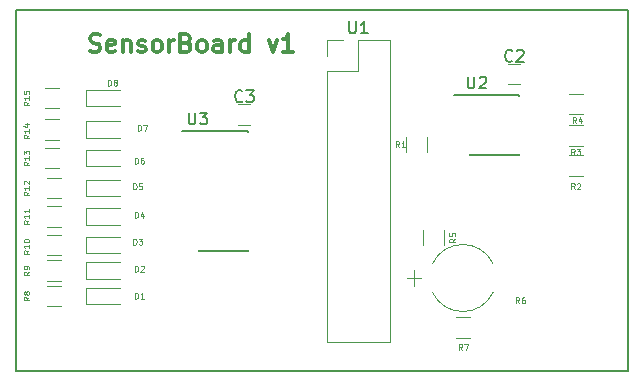
<source format=gto>
G04 #@! TF.FileFunction,Legend,Top*
%FSLAX46Y46*%
G04 Gerber Fmt 4.6, Leading zero omitted, Abs format (unit mm)*
G04 Created by KiCad (PCBNEW 4.0.6) date 11/27/17 20:56:59*
%MOMM*%
%LPD*%
G01*
G04 APERTURE LIST*
%ADD10C,0.100000*%
%ADD11C,0.150000*%
%ADD12C,0.300000*%
%ADD13C,0.120000*%
%ADD14C,0.125000*%
G04 APERTURE END LIST*
D10*
D11*
X197866000Y-107061000D02*
X249682000Y-107061000D01*
X197866000Y-107823000D02*
X197866000Y-107061000D01*
X249682000Y-137668000D02*
X249682000Y-107061000D01*
X197866000Y-137668000D02*
X249682000Y-137668000D01*
X197866000Y-107823000D02*
X197866000Y-137668000D01*
D12*
X204117858Y-110589143D02*
X204332144Y-110660571D01*
X204689287Y-110660571D01*
X204832144Y-110589143D01*
X204903573Y-110517714D01*
X204975001Y-110374857D01*
X204975001Y-110232000D01*
X204903573Y-110089143D01*
X204832144Y-110017714D01*
X204689287Y-109946286D01*
X204403573Y-109874857D01*
X204260715Y-109803429D01*
X204189287Y-109732000D01*
X204117858Y-109589143D01*
X204117858Y-109446286D01*
X204189287Y-109303429D01*
X204260715Y-109232000D01*
X204403573Y-109160571D01*
X204760715Y-109160571D01*
X204975001Y-109232000D01*
X206189286Y-110589143D02*
X206046429Y-110660571D01*
X205760715Y-110660571D01*
X205617858Y-110589143D01*
X205546429Y-110446286D01*
X205546429Y-109874857D01*
X205617858Y-109732000D01*
X205760715Y-109660571D01*
X206046429Y-109660571D01*
X206189286Y-109732000D01*
X206260715Y-109874857D01*
X206260715Y-110017714D01*
X205546429Y-110160571D01*
X206903572Y-109660571D02*
X206903572Y-110660571D01*
X206903572Y-109803429D02*
X206975000Y-109732000D01*
X207117858Y-109660571D01*
X207332143Y-109660571D01*
X207475000Y-109732000D01*
X207546429Y-109874857D01*
X207546429Y-110660571D01*
X208189286Y-110589143D02*
X208332143Y-110660571D01*
X208617858Y-110660571D01*
X208760715Y-110589143D01*
X208832143Y-110446286D01*
X208832143Y-110374857D01*
X208760715Y-110232000D01*
X208617858Y-110160571D01*
X208403572Y-110160571D01*
X208260715Y-110089143D01*
X208189286Y-109946286D01*
X208189286Y-109874857D01*
X208260715Y-109732000D01*
X208403572Y-109660571D01*
X208617858Y-109660571D01*
X208760715Y-109732000D01*
X209689287Y-110660571D02*
X209546429Y-110589143D01*
X209475001Y-110517714D01*
X209403572Y-110374857D01*
X209403572Y-109946286D01*
X209475001Y-109803429D01*
X209546429Y-109732000D01*
X209689287Y-109660571D01*
X209903572Y-109660571D01*
X210046429Y-109732000D01*
X210117858Y-109803429D01*
X210189287Y-109946286D01*
X210189287Y-110374857D01*
X210117858Y-110517714D01*
X210046429Y-110589143D01*
X209903572Y-110660571D01*
X209689287Y-110660571D01*
X210832144Y-110660571D02*
X210832144Y-109660571D01*
X210832144Y-109946286D02*
X210903572Y-109803429D01*
X210975001Y-109732000D01*
X211117858Y-109660571D01*
X211260715Y-109660571D01*
X212260715Y-109874857D02*
X212475001Y-109946286D01*
X212546429Y-110017714D01*
X212617858Y-110160571D01*
X212617858Y-110374857D01*
X212546429Y-110517714D01*
X212475001Y-110589143D01*
X212332143Y-110660571D01*
X211760715Y-110660571D01*
X211760715Y-109160571D01*
X212260715Y-109160571D01*
X212403572Y-109232000D01*
X212475001Y-109303429D01*
X212546429Y-109446286D01*
X212546429Y-109589143D01*
X212475001Y-109732000D01*
X212403572Y-109803429D01*
X212260715Y-109874857D01*
X211760715Y-109874857D01*
X213475001Y-110660571D02*
X213332143Y-110589143D01*
X213260715Y-110517714D01*
X213189286Y-110374857D01*
X213189286Y-109946286D01*
X213260715Y-109803429D01*
X213332143Y-109732000D01*
X213475001Y-109660571D01*
X213689286Y-109660571D01*
X213832143Y-109732000D01*
X213903572Y-109803429D01*
X213975001Y-109946286D01*
X213975001Y-110374857D01*
X213903572Y-110517714D01*
X213832143Y-110589143D01*
X213689286Y-110660571D01*
X213475001Y-110660571D01*
X215260715Y-110660571D02*
X215260715Y-109874857D01*
X215189286Y-109732000D01*
X215046429Y-109660571D01*
X214760715Y-109660571D01*
X214617858Y-109732000D01*
X215260715Y-110589143D02*
X215117858Y-110660571D01*
X214760715Y-110660571D01*
X214617858Y-110589143D01*
X214546429Y-110446286D01*
X214546429Y-110303429D01*
X214617858Y-110160571D01*
X214760715Y-110089143D01*
X215117858Y-110089143D01*
X215260715Y-110017714D01*
X215975001Y-110660571D02*
X215975001Y-109660571D01*
X215975001Y-109946286D02*
X216046429Y-109803429D01*
X216117858Y-109732000D01*
X216260715Y-109660571D01*
X216403572Y-109660571D01*
X217546429Y-110660571D02*
X217546429Y-109160571D01*
X217546429Y-110589143D02*
X217403572Y-110660571D01*
X217117858Y-110660571D01*
X216975000Y-110589143D01*
X216903572Y-110517714D01*
X216832143Y-110374857D01*
X216832143Y-109946286D01*
X216903572Y-109803429D01*
X216975000Y-109732000D01*
X217117858Y-109660571D01*
X217403572Y-109660571D01*
X217546429Y-109732000D01*
X219260715Y-109660571D02*
X219617858Y-110660571D01*
X219975000Y-109660571D01*
X221332143Y-110660571D02*
X220475000Y-110660571D01*
X220903572Y-110660571D02*
X220903572Y-109160571D01*
X220760715Y-109374857D01*
X220617857Y-109517714D01*
X220475000Y-109589143D01*
D11*
X213317000Y-117353000D02*
X213317000Y-117378000D01*
X217467000Y-117353000D02*
X217467000Y-117458000D01*
X217467000Y-127503000D02*
X217467000Y-127398000D01*
X213317000Y-127503000D02*
X213317000Y-127398000D01*
X213317000Y-117353000D02*
X217467000Y-117353000D01*
X213317000Y-127503000D02*
X217467000Y-127503000D01*
X213317000Y-117378000D02*
X211942000Y-117378000D01*
D13*
X240530000Y-111672000D02*
X239530000Y-111672000D01*
X239530000Y-113372000D02*
X240530000Y-113372000D01*
X217670000Y-115101000D02*
X216670000Y-115101000D01*
X216670000Y-116801000D02*
X217670000Y-116801000D01*
X203813000Y-130618000D02*
X203813000Y-132018000D01*
X203813000Y-132018000D02*
X206613000Y-132018000D01*
X203813000Y-130618000D02*
X206613000Y-130618000D01*
X203813000Y-128459000D02*
X203813000Y-129859000D01*
X203813000Y-129859000D02*
X206613000Y-129859000D01*
X203813000Y-128459000D02*
X206613000Y-128459000D01*
X203813000Y-126300000D02*
X203813000Y-127700000D01*
X203813000Y-127700000D02*
X206613000Y-127700000D01*
X203813000Y-126300000D02*
X206613000Y-126300000D01*
X203813000Y-123887000D02*
X203813000Y-125287000D01*
X203813000Y-125287000D02*
X206613000Y-125287000D01*
X203813000Y-123887000D02*
X206613000Y-123887000D01*
X203813000Y-121474000D02*
X203813000Y-122874000D01*
X203813000Y-122874000D02*
X206613000Y-122874000D01*
X203813000Y-121474000D02*
X206613000Y-121474000D01*
X203813000Y-118934000D02*
X203813000Y-120334000D01*
X203813000Y-120334000D02*
X206613000Y-120334000D01*
X203813000Y-118934000D02*
X206613000Y-118934000D01*
X203813000Y-116521000D02*
X203813000Y-117921000D01*
X203813000Y-117921000D02*
X206613000Y-117921000D01*
X203813000Y-116521000D02*
X206613000Y-116521000D01*
X203813000Y-113854000D02*
X203813000Y-115254000D01*
X203813000Y-115254000D02*
X206613000Y-115254000D01*
X203813000Y-113854000D02*
X206613000Y-113854000D01*
X232655000Y-117891000D02*
X232655000Y-119091000D01*
X230895000Y-119091000D02*
X230895000Y-117891000D01*
X245837000Y-121149000D02*
X244637000Y-121149000D01*
X244637000Y-119389000D02*
X245837000Y-119389000D01*
X245837000Y-118609000D02*
X244637000Y-118609000D01*
X244637000Y-116849000D02*
X245837000Y-116849000D01*
X245837000Y-115942000D02*
X244637000Y-115942000D01*
X244637000Y-114182000D02*
X245837000Y-114182000D01*
X232292000Y-126965000D02*
X232292000Y-125765000D01*
X234052000Y-125765000D02*
X234052000Y-126965000D01*
X238255269Y-128614033D02*
G75*
G03X233088746Y-128614000I-2583269J-1179967D01*
G01*
X238255269Y-130973967D02*
G75*
G02X233088746Y-130974000I-2583269J1179967D01*
G01*
X230972000Y-129794000D02*
X232172000Y-129794000D01*
X231572000Y-129144000D02*
X231572000Y-130444000D01*
X235112000Y-133105000D02*
X236312000Y-133105000D01*
X236312000Y-134865000D02*
X235112000Y-134865000D01*
X200441000Y-130438000D02*
X201641000Y-130438000D01*
X201641000Y-132198000D02*
X200441000Y-132198000D01*
X200441000Y-128279000D02*
X201641000Y-128279000D01*
X201641000Y-130039000D02*
X200441000Y-130039000D01*
X200441000Y-126120000D02*
X201641000Y-126120000D01*
X201641000Y-127880000D02*
X200441000Y-127880000D01*
X200441000Y-123707000D02*
X201641000Y-123707000D01*
X201641000Y-125467000D02*
X200441000Y-125467000D01*
X200441000Y-121294000D02*
X201641000Y-121294000D01*
X201641000Y-123054000D02*
X200441000Y-123054000D01*
X200314000Y-118754000D02*
X201514000Y-118754000D01*
X201514000Y-120514000D02*
X200314000Y-120514000D01*
X200314000Y-116341000D02*
X201514000Y-116341000D01*
X201514000Y-118101000D02*
X200314000Y-118101000D01*
X200314000Y-113674000D02*
X201514000Y-113674000D01*
X201514000Y-115434000D02*
X200314000Y-115434000D01*
X224162000Y-112268000D02*
X224162000Y-135248000D01*
X224162000Y-135248000D02*
X229482000Y-135248000D01*
X229482000Y-135248000D02*
X229482000Y-109608000D01*
X229482000Y-109608000D02*
X226822000Y-109608000D01*
X226822000Y-109608000D02*
X226822000Y-112268000D01*
X226822000Y-112268000D02*
X224162000Y-112268000D01*
X224162000Y-110998000D02*
X224162000Y-109608000D01*
X224162000Y-109608000D02*
X225552000Y-109608000D01*
D11*
X236304000Y-114265000D02*
X236304000Y-114315000D01*
X240454000Y-114265000D02*
X240454000Y-114410000D01*
X240454000Y-119415000D02*
X240454000Y-119270000D01*
X236304000Y-119415000D02*
X236304000Y-119270000D01*
X236304000Y-114265000D02*
X240454000Y-114265000D01*
X236304000Y-119415000D02*
X240454000Y-119415000D01*
X236304000Y-114315000D02*
X234904000Y-114315000D01*
X212471095Y-115784381D02*
X212471095Y-116593905D01*
X212518714Y-116689143D01*
X212566333Y-116736762D01*
X212661571Y-116784381D01*
X212852048Y-116784381D01*
X212947286Y-116736762D01*
X212994905Y-116689143D01*
X213042524Y-116593905D01*
X213042524Y-115784381D01*
X213423476Y-115784381D02*
X214042524Y-115784381D01*
X213709190Y-116165333D01*
X213852048Y-116165333D01*
X213947286Y-116212952D01*
X213994905Y-116260571D01*
X214042524Y-116355810D01*
X214042524Y-116593905D01*
X213994905Y-116689143D01*
X213947286Y-116736762D01*
X213852048Y-116784381D01*
X213566333Y-116784381D01*
X213471095Y-116736762D01*
X213423476Y-116689143D01*
X239863334Y-111379143D02*
X239815715Y-111426762D01*
X239672858Y-111474381D01*
X239577620Y-111474381D01*
X239434762Y-111426762D01*
X239339524Y-111331524D01*
X239291905Y-111236286D01*
X239244286Y-111045810D01*
X239244286Y-110902952D01*
X239291905Y-110712476D01*
X239339524Y-110617238D01*
X239434762Y-110522000D01*
X239577620Y-110474381D01*
X239672858Y-110474381D01*
X239815715Y-110522000D01*
X239863334Y-110569619D01*
X240244286Y-110569619D02*
X240291905Y-110522000D01*
X240387143Y-110474381D01*
X240625239Y-110474381D01*
X240720477Y-110522000D01*
X240768096Y-110569619D01*
X240815715Y-110664857D01*
X240815715Y-110760095D01*
X240768096Y-110902952D01*
X240196667Y-111474381D01*
X240815715Y-111474381D01*
X217003334Y-114808143D02*
X216955715Y-114855762D01*
X216812858Y-114903381D01*
X216717620Y-114903381D01*
X216574762Y-114855762D01*
X216479524Y-114760524D01*
X216431905Y-114665286D01*
X216384286Y-114474810D01*
X216384286Y-114331952D01*
X216431905Y-114141476D01*
X216479524Y-114046238D01*
X216574762Y-113951000D01*
X216717620Y-113903381D01*
X216812858Y-113903381D01*
X216955715Y-113951000D01*
X217003334Y-113998619D01*
X217336667Y-113903381D02*
X217955715Y-113903381D01*
X217622381Y-114284333D01*
X217765239Y-114284333D01*
X217860477Y-114331952D01*
X217908096Y-114379571D01*
X217955715Y-114474810D01*
X217955715Y-114712905D01*
X217908096Y-114808143D01*
X217860477Y-114855762D01*
X217765239Y-114903381D01*
X217479524Y-114903381D01*
X217384286Y-114855762D01*
X217336667Y-114808143D01*
D14*
X207910953Y-131544190D02*
X207910953Y-131044190D01*
X208030000Y-131044190D01*
X208101429Y-131068000D01*
X208149048Y-131115619D01*
X208172857Y-131163238D01*
X208196667Y-131258476D01*
X208196667Y-131329905D01*
X208172857Y-131425143D01*
X208149048Y-131472762D01*
X208101429Y-131520381D01*
X208030000Y-131544190D01*
X207910953Y-131544190D01*
X208672857Y-131544190D02*
X208387143Y-131544190D01*
X208530000Y-131544190D02*
X208530000Y-131044190D01*
X208482381Y-131115619D01*
X208434762Y-131163238D01*
X208387143Y-131187048D01*
X207910953Y-129258190D02*
X207910953Y-128758190D01*
X208030000Y-128758190D01*
X208101429Y-128782000D01*
X208149048Y-128829619D01*
X208172857Y-128877238D01*
X208196667Y-128972476D01*
X208196667Y-129043905D01*
X208172857Y-129139143D01*
X208149048Y-129186762D01*
X208101429Y-129234381D01*
X208030000Y-129258190D01*
X207910953Y-129258190D01*
X208387143Y-128805810D02*
X208410953Y-128782000D01*
X208458572Y-128758190D01*
X208577619Y-128758190D01*
X208625238Y-128782000D01*
X208649048Y-128805810D01*
X208672857Y-128853429D01*
X208672857Y-128901048D01*
X208649048Y-128972476D01*
X208363334Y-129258190D01*
X208672857Y-129258190D01*
X207783953Y-126972190D02*
X207783953Y-126472190D01*
X207903000Y-126472190D01*
X207974429Y-126496000D01*
X208022048Y-126543619D01*
X208045857Y-126591238D01*
X208069667Y-126686476D01*
X208069667Y-126757905D01*
X208045857Y-126853143D01*
X208022048Y-126900762D01*
X207974429Y-126948381D01*
X207903000Y-126972190D01*
X207783953Y-126972190D01*
X208236334Y-126472190D02*
X208545857Y-126472190D01*
X208379191Y-126662667D01*
X208450619Y-126662667D01*
X208498238Y-126686476D01*
X208522048Y-126710286D01*
X208545857Y-126757905D01*
X208545857Y-126876952D01*
X208522048Y-126924571D01*
X208498238Y-126948381D01*
X208450619Y-126972190D01*
X208307762Y-126972190D01*
X208260143Y-126948381D01*
X208236334Y-126924571D01*
X207910953Y-124686190D02*
X207910953Y-124186190D01*
X208030000Y-124186190D01*
X208101429Y-124210000D01*
X208149048Y-124257619D01*
X208172857Y-124305238D01*
X208196667Y-124400476D01*
X208196667Y-124471905D01*
X208172857Y-124567143D01*
X208149048Y-124614762D01*
X208101429Y-124662381D01*
X208030000Y-124686190D01*
X207910953Y-124686190D01*
X208625238Y-124352857D02*
X208625238Y-124686190D01*
X208506191Y-124162381D02*
X208387143Y-124519524D01*
X208696667Y-124519524D01*
X207783953Y-122273190D02*
X207783953Y-121773190D01*
X207903000Y-121773190D01*
X207974429Y-121797000D01*
X208022048Y-121844619D01*
X208045857Y-121892238D01*
X208069667Y-121987476D01*
X208069667Y-122058905D01*
X208045857Y-122154143D01*
X208022048Y-122201762D01*
X207974429Y-122249381D01*
X207903000Y-122273190D01*
X207783953Y-122273190D01*
X208522048Y-121773190D02*
X208283953Y-121773190D01*
X208260143Y-122011286D01*
X208283953Y-121987476D01*
X208331572Y-121963667D01*
X208450619Y-121963667D01*
X208498238Y-121987476D01*
X208522048Y-122011286D01*
X208545857Y-122058905D01*
X208545857Y-122177952D01*
X208522048Y-122225571D01*
X208498238Y-122249381D01*
X208450619Y-122273190D01*
X208331572Y-122273190D01*
X208283953Y-122249381D01*
X208260143Y-122225571D01*
X207910953Y-120114190D02*
X207910953Y-119614190D01*
X208030000Y-119614190D01*
X208101429Y-119638000D01*
X208149048Y-119685619D01*
X208172857Y-119733238D01*
X208196667Y-119828476D01*
X208196667Y-119899905D01*
X208172857Y-119995143D01*
X208149048Y-120042762D01*
X208101429Y-120090381D01*
X208030000Y-120114190D01*
X207910953Y-120114190D01*
X208625238Y-119614190D02*
X208530000Y-119614190D01*
X208482381Y-119638000D01*
X208458572Y-119661810D01*
X208410953Y-119733238D01*
X208387143Y-119828476D01*
X208387143Y-120018952D01*
X208410953Y-120066571D01*
X208434762Y-120090381D01*
X208482381Y-120114190D01*
X208577619Y-120114190D01*
X208625238Y-120090381D01*
X208649048Y-120066571D01*
X208672857Y-120018952D01*
X208672857Y-119899905D01*
X208649048Y-119852286D01*
X208625238Y-119828476D01*
X208577619Y-119804667D01*
X208482381Y-119804667D01*
X208434762Y-119828476D01*
X208410953Y-119852286D01*
X208387143Y-119899905D01*
X208164953Y-117320190D02*
X208164953Y-116820190D01*
X208284000Y-116820190D01*
X208355429Y-116844000D01*
X208403048Y-116891619D01*
X208426857Y-116939238D01*
X208450667Y-117034476D01*
X208450667Y-117105905D01*
X208426857Y-117201143D01*
X208403048Y-117248762D01*
X208355429Y-117296381D01*
X208284000Y-117320190D01*
X208164953Y-117320190D01*
X208617334Y-116820190D02*
X208950667Y-116820190D01*
X208736381Y-117320190D01*
X205624953Y-113510190D02*
X205624953Y-113010190D01*
X205744000Y-113010190D01*
X205815429Y-113034000D01*
X205863048Y-113081619D01*
X205886857Y-113129238D01*
X205910667Y-113224476D01*
X205910667Y-113295905D01*
X205886857Y-113391143D01*
X205863048Y-113438762D01*
X205815429Y-113486381D01*
X205744000Y-113510190D01*
X205624953Y-113510190D01*
X206196381Y-113224476D02*
X206148762Y-113200667D01*
X206124953Y-113176857D01*
X206101143Y-113129238D01*
X206101143Y-113105429D01*
X206124953Y-113057810D01*
X206148762Y-113034000D01*
X206196381Y-113010190D01*
X206291619Y-113010190D01*
X206339238Y-113034000D01*
X206363048Y-113057810D01*
X206386857Y-113105429D01*
X206386857Y-113129238D01*
X206363048Y-113176857D01*
X206339238Y-113200667D01*
X206291619Y-113224476D01*
X206196381Y-113224476D01*
X206148762Y-113248286D01*
X206124953Y-113272095D01*
X206101143Y-113319714D01*
X206101143Y-113414952D01*
X206124953Y-113462571D01*
X206148762Y-113486381D01*
X206196381Y-113510190D01*
X206291619Y-113510190D01*
X206339238Y-113486381D01*
X206363048Y-113462571D01*
X206386857Y-113414952D01*
X206386857Y-113319714D01*
X206363048Y-113272095D01*
X206339238Y-113248286D01*
X206291619Y-113224476D01*
X230294667Y-118717190D02*
X230128000Y-118479095D01*
X230008953Y-118717190D02*
X230008953Y-118217190D01*
X230199429Y-118217190D01*
X230247048Y-118241000D01*
X230270857Y-118264810D01*
X230294667Y-118312429D01*
X230294667Y-118383857D01*
X230270857Y-118431476D01*
X230247048Y-118455286D01*
X230199429Y-118479095D01*
X230008953Y-118479095D01*
X230770857Y-118717190D02*
X230485143Y-118717190D01*
X230628000Y-118717190D02*
X230628000Y-118217190D01*
X230580381Y-118288619D01*
X230532762Y-118336238D01*
X230485143Y-118360048D01*
X245153667Y-122273190D02*
X244987000Y-122035095D01*
X244867953Y-122273190D02*
X244867953Y-121773190D01*
X245058429Y-121773190D01*
X245106048Y-121797000D01*
X245129857Y-121820810D01*
X245153667Y-121868429D01*
X245153667Y-121939857D01*
X245129857Y-121987476D01*
X245106048Y-122011286D01*
X245058429Y-122035095D01*
X244867953Y-122035095D01*
X245344143Y-121820810D02*
X245367953Y-121797000D01*
X245415572Y-121773190D01*
X245534619Y-121773190D01*
X245582238Y-121797000D01*
X245606048Y-121820810D01*
X245629857Y-121868429D01*
X245629857Y-121916048D01*
X245606048Y-121987476D01*
X245320334Y-122273190D01*
X245629857Y-122273190D01*
X245153667Y-119352190D02*
X244987000Y-119114095D01*
X244867953Y-119352190D02*
X244867953Y-118852190D01*
X245058429Y-118852190D01*
X245106048Y-118876000D01*
X245129857Y-118899810D01*
X245153667Y-118947429D01*
X245153667Y-119018857D01*
X245129857Y-119066476D01*
X245106048Y-119090286D01*
X245058429Y-119114095D01*
X244867953Y-119114095D01*
X245320334Y-118852190D02*
X245629857Y-118852190D01*
X245463191Y-119042667D01*
X245534619Y-119042667D01*
X245582238Y-119066476D01*
X245606048Y-119090286D01*
X245629857Y-119137905D01*
X245629857Y-119256952D01*
X245606048Y-119304571D01*
X245582238Y-119328381D01*
X245534619Y-119352190D01*
X245391762Y-119352190D01*
X245344143Y-119328381D01*
X245320334Y-119304571D01*
X245280667Y-116685190D02*
X245114000Y-116447095D01*
X244994953Y-116685190D02*
X244994953Y-116185190D01*
X245185429Y-116185190D01*
X245233048Y-116209000D01*
X245256857Y-116232810D01*
X245280667Y-116280429D01*
X245280667Y-116351857D01*
X245256857Y-116399476D01*
X245233048Y-116423286D01*
X245185429Y-116447095D01*
X244994953Y-116447095D01*
X245709238Y-116351857D02*
X245709238Y-116685190D01*
X245590191Y-116161381D02*
X245471143Y-116518524D01*
X245780667Y-116518524D01*
X235048190Y-126448333D02*
X234810095Y-126615000D01*
X235048190Y-126734047D02*
X234548190Y-126734047D01*
X234548190Y-126543571D01*
X234572000Y-126495952D01*
X234595810Y-126472143D01*
X234643429Y-126448333D01*
X234714857Y-126448333D01*
X234762476Y-126472143D01*
X234786286Y-126495952D01*
X234810095Y-126543571D01*
X234810095Y-126734047D01*
X234548190Y-125995952D02*
X234548190Y-126234047D01*
X234786286Y-126257857D01*
X234762476Y-126234047D01*
X234738667Y-126186428D01*
X234738667Y-126067381D01*
X234762476Y-126019762D01*
X234786286Y-125995952D01*
X234833905Y-125972143D01*
X234952952Y-125972143D01*
X235000571Y-125995952D01*
X235024381Y-126019762D01*
X235048190Y-126067381D01*
X235048190Y-126186428D01*
X235024381Y-126234047D01*
X235000571Y-126257857D01*
X240454667Y-131925190D02*
X240288000Y-131687095D01*
X240168953Y-131925190D02*
X240168953Y-131425190D01*
X240359429Y-131425190D01*
X240407048Y-131449000D01*
X240430857Y-131472810D01*
X240454667Y-131520429D01*
X240454667Y-131591857D01*
X240430857Y-131639476D01*
X240407048Y-131663286D01*
X240359429Y-131687095D01*
X240168953Y-131687095D01*
X240883238Y-131425190D02*
X240788000Y-131425190D01*
X240740381Y-131449000D01*
X240716572Y-131472810D01*
X240668953Y-131544238D01*
X240645143Y-131639476D01*
X240645143Y-131829952D01*
X240668953Y-131877571D01*
X240692762Y-131901381D01*
X240740381Y-131925190D01*
X240835619Y-131925190D01*
X240883238Y-131901381D01*
X240907048Y-131877571D01*
X240930857Y-131829952D01*
X240930857Y-131710905D01*
X240907048Y-131663286D01*
X240883238Y-131639476D01*
X240835619Y-131615667D01*
X240740381Y-131615667D01*
X240692762Y-131639476D01*
X240668953Y-131663286D01*
X240645143Y-131710905D01*
X235628667Y-135861190D02*
X235462000Y-135623095D01*
X235342953Y-135861190D02*
X235342953Y-135361190D01*
X235533429Y-135361190D01*
X235581048Y-135385000D01*
X235604857Y-135408810D01*
X235628667Y-135456429D01*
X235628667Y-135527857D01*
X235604857Y-135575476D01*
X235581048Y-135599286D01*
X235533429Y-135623095D01*
X235342953Y-135623095D01*
X235795334Y-135361190D02*
X236128667Y-135361190D01*
X235914381Y-135861190D01*
X198981190Y-131401333D02*
X198743095Y-131568000D01*
X198981190Y-131687047D02*
X198481190Y-131687047D01*
X198481190Y-131496571D01*
X198505000Y-131448952D01*
X198528810Y-131425143D01*
X198576429Y-131401333D01*
X198647857Y-131401333D01*
X198695476Y-131425143D01*
X198719286Y-131448952D01*
X198743095Y-131496571D01*
X198743095Y-131687047D01*
X198695476Y-131115619D02*
X198671667Y-131163238D01*
X198647857Y-131187047D01*
X198600238Y-131210857D01*
X198576429Y-131210857D01*
X198528810Y-131187047D01*
X198505000Y-131163238D01*
X198481190Y-131115619D01*
X198481190Y-131020381D01*
X198505000Y-130972762D01*
X198528810Y-130948952D01*
X198576429Y-130925143D01*
X198600238Y-130925143D01*
X198647857Y-130948952D01*
X198671667Y-130972762D01*
X198695476Y-131020381D01*
X198695476Y-131115619D01*
X198719286Y-131163238D01*
X198743095Y-131187047D01*
X198790714Y-131210857D01*
X198885952Y-131210857D01*
X198933571Y-131187047D01*
X198957381Y-131163238D01*
X198981190Y-131115619D01*
X198981190Y-131020381D01*
X198957381Y-130972762D01*
X198933571Y-130948952D01*
X198885952Y-130925143D01*
X198790714Y-130925143D01*
X198743095Y-130948952D01*
X198719286Y-130972762D01*
X198695476Y-131020381D01*
X198981190Y-129242333D02*
X198743095Y-129409000D01*
X198981190Y-129528047D02*
X198481190Y-129528047D01*
X198481190Y-129337571D01*
X198505000Y-129289952D01*
X198528810Y-129266143D01*
X198576429Y-129242333D01*
X198647857Y-129242333D01*
X198695476Y-129266143D01*
X198719286Y-129289952D01*
X198743095Y-129337571D01*
X198743095Y-129528047D01*
X198981190Y-129004238D02*
X198981190Y-128909000D01*
X198957381Y-128861381D01*
X198933571Y-128837571D01*
X198862143Y-128789952D01*
X198766905Y-128766143D01*
X198576429Y-128766143D01*
X198528810Y-128789952D01*
X198505000Y-128813762D01*
X198481190Y-128861381D01*
X198481190Y-128956619D01*
X198505000Y-129004238D01*
X198528810Y-129028047D01*
X198576429Y-129051857D01*
X198695476Y-129051857D01*
X198743095Y-129028047D01*
X198766905Y-129004238D01*
X198790714Y-128956619D01*
X198790714Y-128861381D01*
X198766905Y-128813762D01*
X198743095Y-128789952D01*
X198695476Y-128766143D01*
X198981190Y-127448428D02*
X198743095Y-127615095D01*
X198981190Y-127734142D02*
X198481190Y-127734142D01*
X198481190Y-127543666D01*
X198505000Y-127496047D01*
X198528810Y-127472238D01*
X198576429Y-127448428D01*
X198647857Y-127448428D01*
X198695476Y-127472238D01*
X198719286Y-127496047D01*
X198743095Y-127543666D01*
X198743095Y-127734142D01*
X198981190Y-126972238D02*
X198981190Y-127257952D01*
X198981190Y-127115095D02*
X198481190Y-127115095D01*
X198552619Y-127162714D01*
X198600238Y-127210333D01*
X198624048Y-127257952D01*
X198481190Y-126662714D02*
X198481190Y-126615095D01*
X198505000Y-126567476D01*
X198528810Y-126543667D01*
X198576429Y-126519857D01*
X198671667Y-126496048D01*
X198790714Y-126496048D01*
X198885952Y-126519857D01*
X198933571Y-126543667D01*
X198957381Y-126567476D01*
X198981190Y-126615095D01*
X198981190Y-126662714D01*
X198957381Y-126710333D01*
X198933571Y-126734143D01*
X198885952Y-126757952D01*
X198790714Y-126781762D01*
X198671667Y-126781762D01*
X198576429Y-126757952D01*
X198528810Y-126734143D01*
X198505000Y-126710333D01*
X198481190Y-126662714D01*
X198981190Y-124908428D02*
X198743095Y-125075095D01*
X198981190Y-125194142D02*
X198481190Y-125194142D01*
X198481190Y-125003666D01*
X198505000Y-124956047D01*
X198528810Y-124932238D01*
X198576429Y-124908428D01*
X198647857Y-124908428D01*
X198695476Y-124932238D01*
X198719286Y-124956047D01*
X198743095Y-125003666D01*
X198743095Y-125194142D01*
X198981190Y-124432238D02*
X198981190Y-124717952D01*
X198981190Y-124575095D02*
X198481190Y-124575095D01*
X198552619Y-124622714D01*
X198600238Y-124670333D01*
X198624048Y-124717952D01*
X198981190Y-123956048D02*
X198981190Y-124241762D01*
X198981190Y-124098905D02*
X198481190Y-124098905D01*
X198552619Y-124146524D01*
X198600238Y-124194143D01*
X198624048Y-124241762D01*
X198981190Y-122495428D02*
X198743095Y-122662095D01*
X198981190Y-122781142D02*
X198481190Y-122781142D01*
X198481190Y-122590666D01*
X198505000Y-122543047D01*
X198528810Y-122519238D01*
X198576429Y-122495428D01*
X198647857Y-122495428D01*
X198695476Y-122519238D01*
X198719286Y-122543047D01*
X198743095Y-122590666D01*
X198743095Y-122781142D01*
X198981190Y-122019238D02*
X198981190Y-122304952D01*
X198981190Y-122162095D02*
X198481190Y-122162095D01*
X198552619Y-122209714D01*
X198600238Y-122257333D01*
X198624048Y-122304952D01*
X198528810Y-121828762D02*
X198505000Y-121804952D01*
X198481190Y-121757333D01*
X198481190Y-121638286D01*
X198505000Y-121590667D01*
X198528810Y-121566857D01*
X198576429Y-121543048D01*
X198624048Y-121543048D01*
X198695476Y-121566857D01*
X198981190Y-121852571D01*
X198981190Y-121543048D01*
X198981190Y-119955428D02*
X198743095Y-120122095D01*
X198981190Y-120241142D02*
X198481190Y-120241142D01*
X198481190Y-120050666D01*
X198505000Y-120003047D01*
X198528810Y-119979238D01*
X198576429Y-119955428D01*
X198647857Y-119955428D01*
X198695476Y-119979238D01*
X198719286Y-120003047D01*
X198743095Y-120050666D01*
X198743095Y-120241142D01*
X198981190Y-119479238D02*
X198981190Y-119764952D01*
X198981190Y-119622095D02*
X198481190Y-119622095D01*
X198552619Y-119669714D01*
X198600238Y-119717333D01*
X198624048Y-119764952D01*
X198481190Y-119312571D02*
X198481190Y-119003048D01*
X198671667Y-119169714D01*
X198671667Y-119098286D01*
X198695476Y-119050667D01*
X198719286Y-119026857D01*
X198766905Y-119003048D01*
X198885952Y-119003048D01*
X198933571Y-119026857D01*
X198957381Y-119050667D01*
X198981190Y-119098286D01*
X198981190Y-119241143D01*
X198957381Y-119288762D01*
X198933571Y-119312571D01*
X198981190Y-117669428D02*
X198743095Y-117836095D01*
X198981190Y-117955142D02*
X198481190Y-117955142D01*
X198481190Y-117764666D01*
X198505000Y-117717047D01*
X198528810Y-117693238D01*
X198576429Y-117669428D01*
X198647857Y-117669428D01*
X198695476Y-117693238D01*
X198719286Y-117717047D01*
X198743095Y-117764666D01*
X198743095Y-117955142D01*
X198981190Y-117193238D02*
X198981190Y-117478952D01*
X198981190Y-117336095D02*
X198481190Y-117336095D01*
X198552619Y-117383714D01*
X198600238Y-117431333D01*
X198624048Y-117478952D01*
X198647857Y-116764667D02*
X198981190Y-116764667D01*
X198457381Y-116883714D02*
X198814524Y-117002762D01*
X198814524Y-116693238D01*
X198981190Y-114875428D02*
X198743095Y-115042095D01*
X198981190Y-115161142D02*
X198481190Y-115161142D01*
X198481190Y-114970666D01*
X198505000Y-114923047D01*
X198528810Y-114899238D01*
X198576429Y-114875428D01*
X198647857Y-114875428D01*
X198695476Y-114899238D01*
X198719286Y-114923047D01*
X198743095Y-114970666D01*
X198743095Y-115161142D01*
X198981190Y-114399238D02*
X198981190Y-114684952D01*
X198981190Y-114542095D02*
X198481190Y-114542095D01*
X198552619Y-114589714D01*
X198600238Y-114637333D01*
X198624048Y-114684952D01*
X198481190Y-113946857D02*
X198481190Y-114184952D01*
X198719286Y-114208762D01*
X198695476Y-114184952D01*
X198671667Y-114137333D01*
X198671667Y-114018286D01*
X198695476Y-113970667D01*
X198719286Y-113946857D01*
X198766905Y-113923048D01*
X198885952Y-113923048D01*
X198933571Y-113946857D01*
X198957381Y-113970667D01*
X198981190Y-114018286D01*
X198981190Y-114137333D01*
X198957381Y-114184952D01*
X198933571Y-114208762D01*
D11*
X226060095Y-108060381D02*
X226060095Y-108869905D01*
X226107714Y-108965143D01*
X226155333Y-109012762D01*
X226250571Y-109060381D01*
X226441048Y-109060381D01*
X226536286Y-109012762D01*
X226583905Y-108965143D01*
X226631524Y-108869905D01*
X226631524Y-108060381D01*
X227631524Y-109060381D02*
X227060095Y-109060381D01*
X227345809Y-109060381D02*
X227345809Y-108060381D01*
X227250571Y-108203238D01*
X227155333Y-108298476D01*
X227060095Y-108346095D01*
X236093095Y-112736381D02*
X236093095Y-113545905D01*
X236140714Y-113641143D01*
X236188333Y-113688762D01*
X236283571Y-113736381D01*
X236474048Y-113736381D01*
X236569286Y-113688762D01*
X236616905Y-113641143D01*
X236664524Y-113545905D01*
X236664524Y-112736381D01*
X237093095Y-112831619D02*
X237140714Y-112784000D01*
X237235952Y-112736381D01*
X237474048Y-112736381D01*
X237569286Y-112784000D01*
X237616905Y-112831619D01*
X237664524Y-112926857D01*
X237664524Y-113022095D01*
X237616905Y-113164952D01*
X237045476Y-113736381D01*
X237664524Y-113736381D01*
M02*

</source>
